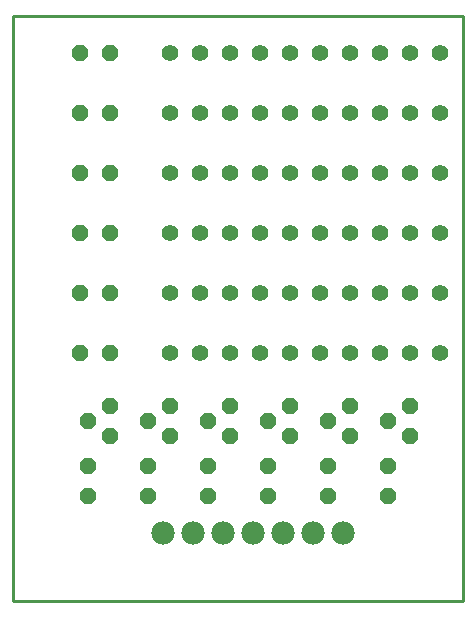
<source format=gts>
G75*
G70*
%OFA0B0*%
%FSLAX24Y24*%
%IPPOS*%
%LPD*%
%AMOC8*
5,1,8,0,0,1.08239X$1,22.5*
%
%ADD10C,0.0100*%
%ADD11C,0.0560*%
%ADD12C,0.0780*%
%ADD13OC8,0.0560*%
D10*
X000151Y000151D02*
X000151Y019647D01*
X015146Y019647D01*
X015146Y000151D01*
X000151Y000151D01*
D11*
X005401Y008401D03*
X006401Y008401D03*
X007401Y008401D03*
X008401Y008401D03*
X009401Y008401D03*
X010401Y008401D03*
X011401Y008401D03*
X012401Y008401D03*
X013401Y008401D03*
X014401Y008401D03*
X014401Y010401D03*
X013401Y010401D03*
X012401Y010401D03*
X011401Y010401D03*
X010401Y010401D03*
X009401Y010401D03*
X008401Y010401D03*
X007401Y010401D03*
X006401Y010401D03*
X005401Y010401D03*
X005401Y012401D03*
X006401Y012401D03*
X007401Y012401D03*
X008401Y012401D03*
X009401Y012401D03*
X010401Y012401D03*
X011401Y012401D03*
X012401Y012401D03*
X013401Y012401D03*
X014401Y012401D03*
X014401Y014401D03*
X013401Y014401D03*
X012401Y014401D03*
X011401Y014401D03*
X010401Y014401D03*
X009401Y014401D03*
X008401Y014401D03*
X007401Y014401D03*
X006401Y014401D03*
X005401Y014401D03*
X005401Y016401D03*
X006401Y016401D03*
X007401Y016401D03*
X008401Y016401D03*
X009401Y016401D03*
X010401Y016401D03*
X011401Y016401D03*
X012401Y016401D03*
X013401Y016401D03*
X014401Y016401D03*
X014401Y018401D03*
X013401Y018401D03*
X012401Y018401D03*
X011401Y018401D03*
X010401Y018401D03*
X009401Y018401D03*
X008401Y018401D03*
X007401Y018401D03*
X006401Y018401D03*
X005401Y018401D03*
D12*
X005151Y002401D03*
X006151Y002401D03*
X007151Y002401D03*
X008151Y002401D03*
X009151Y002401D03*
X010151Y002401D03*
X011151Y002401D03*
D13*
X010651Y003651D03*
X010651Y004651D03*
X011401Y005651D03*
X010651Y006151D03*
X011401Y006651D03*
X012651Y006151D03*
X013401Y005651D03*
X013401Y006651D03*
X012651Y004651D03*
X012651Y003651D03*
X009401Y005651D03*
X008651Y006151D03*
X009401Y006651D03*
X008651Y004651D03*
X008651Y003651D03*
X007401Y005651D03*
X006651Y006151D03*
X007401Y006651D03*
X006651Y004651D03*
X006651Y003651D03*
X005401Y005651D03*
X004651Y006151D03*
X005401Y006651D03*
X004651Y004651D03*
X004651Y003651D03*
X003401Y005651D03*
X002651Y006151D03*
X003401Y006651D03*
X003401Y008401D03*
X002401Y008401D03*
X002401Y010401D03*
X003401Y010401D03*
X003401Y012401D03*
X002401Y012401D03*
X002401Y014401D03*
X003401Y014401D03*
X003401Y016401D03*
X002401Y016401D03*
X002401Y018401D03*
X003401Y018401D03*
X002651Y004651D03*
X002651Y003651D03*
M02*

</source>
